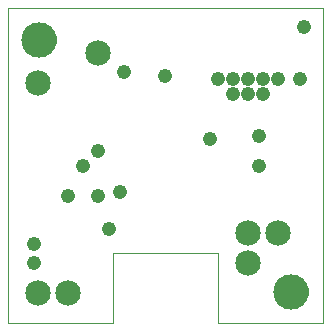
<source format=gbs>
G75*
%MOIN*%
%OFA0B0*%
%FSLAX24Y24*%
%IPPOS*%
%LPD*%
%AMOC8*
5,1,8,0,0,1.08239X$1,22.5*
%
%ADD10C,0.0000*%
%ADD11C,0.1182*%
%ADD12C,0.0476*%
%ADD13C,0.0848*%
D10*
X000100Y000100D02*
X003600Y000100D01*
X003600Y002430D01*
X007100Y002430D01*
X007100Y000100D01*
X010600Y000100D01*
X010600Y010600D01*
X000100Y010600D01*
X000100Y000100D01*
X000599Y009550D02*
X000601Y009597D01*
X000607Y009643D01*
X000617Y009689D01*
X000630Y009734D01*
X000648Y009777D01*
X000669Y009819D01*
X000693Y009859D01*
X000721Y009896D01*
X000752Y009931D01*
X000786Y009964D01*
X000822Y009993D01*
X000861Y010019D01*
X000902Y010042D01*
X000945Y010061D01*
X000989Y010077D01*
X001034Y010089D01*
X001080Y010097D01*
X001127Y010101D01*
X001173Y010101D01*
X001220Y010097D01*
X001266Y010089D01*
X001311Y010077D01*
X001355Y010061D01*
X001398Y010042D01*
X001439Y010019D01*
X001478Y009993D01*
X001514Y009964D01*
X001548Y009931D01*
X001579Y009896D01*
X001607Y009859D01*
X001631Y009819D01*
X001652Y009777D01*
X001670Y009734D01*
X001683Y009689D01*
X001693Y009643D01*
X001699Y009597D01*
X001701Y009550D01*
X001699Y009503D01*
X001693Y009457D01*
X001683Y009411D01*
X001670Y009366D01*
X001652Y009323D01*
X001631Y009281D01*
X001607Y009241D01*
X001579Y009204D01*
X001548Y009169D01*
X001514Y009136D01*
X001478Y009107D01*
X001439Y009081D01*
X001398Y009058D01*
X001355Y009039D01*
X001311Y009023D01*
X001266Y009011D01*
X001220Y009003D01*
X001173Y008999D01*
X001127Y008999D01*
X001080Y009003D01*
X001034Y009011D01*
X000989Y009023D01*
X000945Y009039D01*
X000902Y009058D01*
X000861Y009081D01*
X000822Y009107D01*
X000786Y009136D01*
X000752Y009169D01*
X000721Y009204D01*
X000693Y009241D01*
X000669Y009281D01*
X000648Y009323D01*
X000630Y009366D01*
X000617Y009411D01*
X000607Y009457D01*
X000601Y009503D01*
X000599Y009550D01*
X008999Y001150D02*
X009001Y001197D01*
X009007Y001243D01*
X009017Y001289D01*
X009030Y001334D01*
X009048Y001377D01*
X009069Y001419D01*
X009093Y001459D01*
X009121Y001496D01*
X009152Y001531D01*
X009186Y001564D01*
X009222Y001593D01*
X009261Y001619D01*
X009302Y001642D01*
X009345Y001661D01*
X009389Y001677D01*
X009434Y001689D01*
X009480Y001697D01*
X009527Y001701D01*
X009573Y001701D01*
X009620Y001697D01*
X009666Y001689D01*
X009711Y001677D01*
X009755Y001661D01*
X009798Y001642D01*
X009839Y001619D01*
X009878Y001593D01*
X009914Y001564D01*
X009948Y001531D01*
X009979Y001496D01*
X010007Y001459D01*
X010031Y001419D01*
X010052Y001377D01*
X010070Y001334D01*
X010083Y001289D01*
X010093Y001243D01*
X010099Y001197D01*
X010101Y001150D01*
X010099Y001103D01*
X010093Y001057D01*
X010083Y001011D01*
X010070Y000966D01*
X010052Y000923D01*
X010031Y000881D01*
X010007Y000841D01*
X009979Y000804D01*
X009948Y000769D01*
X009914Y000736D01*
X009878Y000707D01*
X009839Y000681D01*
X009798Y000658D01*
X009755Y000639D01*
X009711Y000623D01*
X009666Y000611D01*
X009620Y000603D01*
X009573Y000599D01*
X009527Y000599D01*
X009480Y000603D01*
X009434Y000611D01*
X009389Y000623D01*
X009345Y000639D01*
X009302Y000658D01*
X009261Y000681D01*
X009222Y000707D01*
X009186Y000736D01*
X009152Y000769D01*
X009121Y000804D01*
X009093Y000841D01*
X009069Y000881D01*
X009048Y000923D01*
X009030Y000966D01*
X009017Y001011D01*
X009007Y001057D01*
X009001Y001103D01*
X008999Y001150D01*
D11*
X009550Y001150D03*
X001150Y009550D03*
D12*
X003975Y008475D03*
X005350Y008350D03*
X007100Y008225D03*
X007600Y008225D03*
X008100Y008225D03*
X008100Y007725D03*
X007600Y007725D03*
X008600Y007725D03*
X008600Y008225D03*
X009100Y008225D03*
X009850Y008225D03*
X009975Y009975D03*
X008475Y006350D03*
X008475Y005350D03*
X006850Y006225D03*
X003850Y004475D03*
X003100Y004350D03*
X002100Y004350D03*
X002600Y005350D03*
X003100Y005850D03*
X003475Y003225D03*
X000975Y002725D03*
X000975Y002100D03*
D13*
X001100Y001100D03*
X002100Y001100D03*
X008100Y002100D03*
X008100Y003100D03*
X009100Y003100D03*
X003100Y009100D03*
X001100Y008100D03*
M02*

</source>
